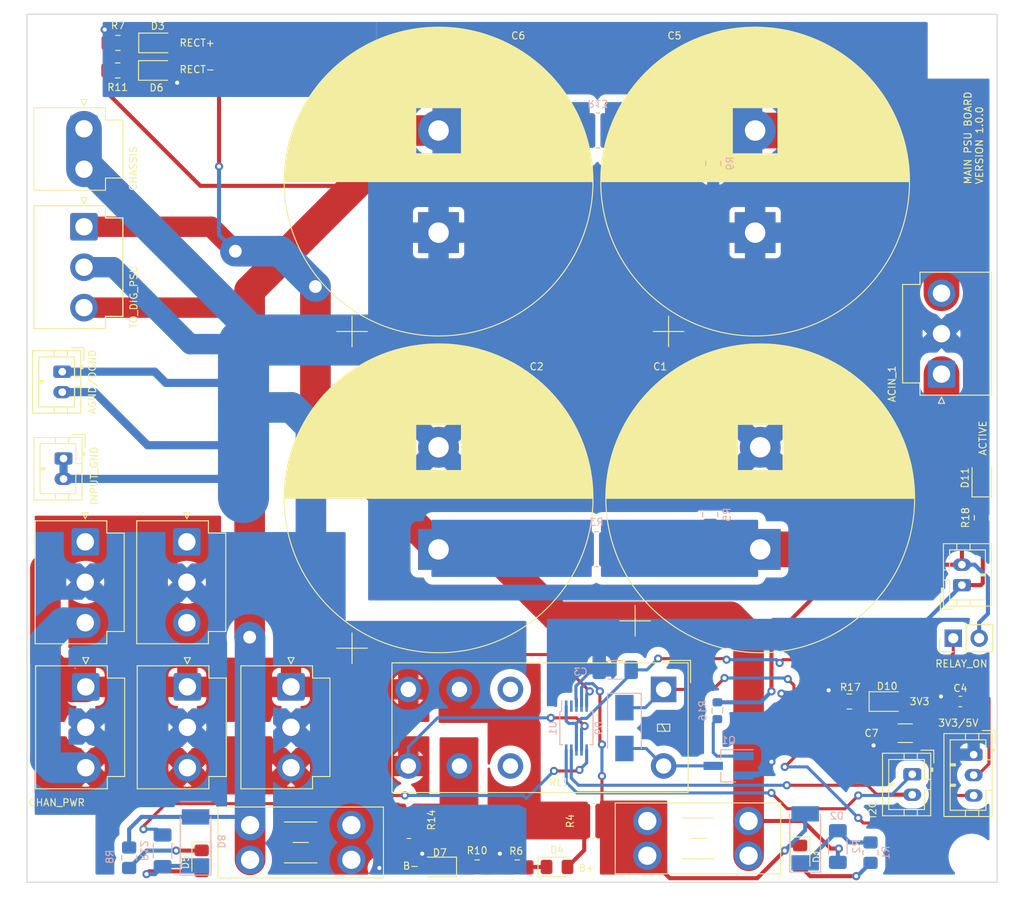
<source format=kicad_pcb>
(kicad_pcb (version 20211014) (generator pcbnew)
  (layers (0 "F.Cu" signal) (31 "B.Cu" signal) (34 "B.Paste" user) (35 "F.Paste" user) (36 "B.SilkS" user "B.Silkscreen") (37 "F.SilkS" user "F.Silkscreen") (38 "B.Mask" user) (39 "F.Mask" user) (44 "Edge.Cuts" user))
  (net 0 "")
  (net 1 "PGND")
  (net 2 "VPOUT")
  (net 3 "Net-(D1-Pad2)")
  (net 4 "Net-(D2-Pad1)")
  (net 5 "Net-(D3-Pad1)")
  (net 6 "VMOUT")
  (net 7 "Net-(D4-Pad1)")
  (net 8 "Net-(D5-Pad1)")
  (net 9 "3V3")
  (net 10 "GND")
  (net 11 "VP1")
  (net 12 "VM1")
  (net 13 "A0")
  (net 14 "VP_RELAY")
  (net 15 "A2")
  (net 16 "SCL")
  (net 17 "SDA")
  (net 19 "VPEXT")
  (net 20 "VMEXT")
  (net 21 "5V")
  (net 22 "Net-(Q1-Pad1)")
  (net 23 "VM_RELAY")
  (net 24 "ACTIVATE")
  (net 27 "Net-(D5-Pad2)")
  (net 28 "Net-(D7-Pad1)")
  (net 29 "Net-(D9-Pad2)")
  (net 30 "Net-(D10-Pad1)")
  (net 31 "Net-(D6-Pad1)")
  (net 32 "Net-(D11-Pad1)")
  (footprint "Capacitor_THT:CP_Radial_D30.0mm_P10.00mm_SnapIn" (layer "F.Cu") (at 173.8 106.400001 90)
    (fp_text reference "C2")
    (fp_text value "15000U")
  )
  (footprint "MountingHole:MountingHole_3.2mm_M3" (layer "F.Cu") (at 226 56.5)
    (fp_text reference "H4" hide)
    (fp_text value "MountingHole")
  )
  (footprint "Resistor_SMD:R_0612_1632Metric_Pad1.18x3.40mm_HandSolder" (layer "F.Cu") (at 170.9 133)
    (fp_text reference "R14")
    (fp_text value "0.039")
  )
  (footprint "Resistor_SMD:R_0805_2012Metric_Pad1.20x1.40mm_HandSolder" (layer "F.Cu") (at 227 103.3 -90)
    (fp_text reference "R18")
    (fp_text value "750R")
  )
  (footprint "Capacitor_THT:CP_Radial_D30.0mm_P10.00mm_SnapIn" (layer "F.Cu") (at 205.3 106.4 90)
    (fp_text reference "C1")
    (fp_text value "15000U")
  )
  (footprint "Connector_JST:JST_PH_B2B-PH-K_1x02_P2.00mm_Vertical" (layer "F.Cu") (at 220.185907 128.425511 -90)
    (fp_text reference "J10" hide)
    (fp_text value "Conn_01x02_Male")
  )
  (footprint "LED_SMD:LED_0805_2012Metric_Pad1.15x1.40mm_HandSolder" (layer "F.Cu") (at 173.7 137.5 180)
    (fp_text reference "D7")
    (fp_text value "BLUE")
  )
  (footprint "Resistor_SMD:R_0805_2012Metric_Pad1.20x1.40mm_HandSolder" (layer "F.Cu") (at 142.4 56.8 180)
    (fp_text reference "R7")
    (fp_text value "9.1K")
  )
  (footprint "Connector_JST:JST_VH_B3P-VH_1x03_P3.96mm_Vertical" (layer "F.Cu") (at 159.35 119.8625 -90)
    (fp_text reference "J2" hide)
    (fp_text value "Conn_01x03_Male")
  )
  (footprint "LED_SMD:LED_0805_2012Metric_Pad1.15x1.40mm_HandSolder" (layer "F.Cu") (at 185.4 137.5)
    (fp_text reference "D4")
    (fp_text value "YELLOW")
  )
  (footprint "Relay_THT:Relay_DPDT_Omron_G2RL" (layer "F.Cu") (at 195.8375 120.1125 180)
    (fp_text reference "RL1")
    (fp_text value "G2RL-2-ASI-DC5")
  )
  (footprint "MountingHole:MountingHole_3.2mm_M3" (layer "F.Cu") (at 136 136.5)
    (fp_text reference "H2" hide)
    (fp_text value "MountingHole")
  )
  (footprint "Connector_JST:JST_VH_B3P-VH_1x03_P3.96mm_Vertical" (layer "F.Cu") (at 149.15 105.6625 -90)
    (fp_text reference "J4" hide)
    (fp_text value "Conn_01x03_Male")
  )
  (footprint "Connector_JST:JST_VH_B2P-VH-B_1x02_P3.96mm_Vertical" (layer "F.Cu") (at 139.075 65.2125 -90)
    (fp_text reference "J9" hide)
    (fp_text value "Conn_01x02_Male")
  )
  (footprint "Capacitor_THT:CP_Radial_D30.0mm_P10.00mm_SnapIn" (layer "F.Cu") (at 204.8 75.382066 90)
    (fp_text reference "C5")
    (fp_text value "15000U")
  )
  (footprint "Resistor_SMD:R_0805_2012Metric_Pad1.20x1.40mm_HandSolder" (layer "F.Cu") (at 142.375 59.5 180)
    (fp_text reference "R11")
    (fp_text value "9.1K")
  )
  (footprint "LED_SMD:LED_0805_2012Metric_Pad1.15x1.40mm_HandSolder" (layer "F.Cu") (at 209.2 136.425 -90)
    (fp_text reference "D1")
    (fp_text value "RED")
  )
  (footprint "Resistor_SMD:R_0805_2012Metric_Pad1.20x1.40mm_HandSolder" (layer "F.Cu") (at 177.575 137.545)
    (fp_text reference "R10")
    (fp_text value "9.1K")
  )
  (footprint "LED_SMD:LED_0805_2012Metric_Pad1.15x1.40mm_HandSolder" (layer "F.Cu") (at 217.825 121.3)
    (fp_text reference "D10")
    (fp_text value "LED")
  )
  (footprint "Connector_JST:JST_PH_B2B-PH-K_1x02_P2.00mm_Vertical" (layer "F.Cu") (at 136.95 89 -90)
    (fp_text reference "J8" hide)
    (fp_text value "Conn_01x02_Male")
  )
  (footprint "Connector_JST:JST_VH_B3P-VH_1x03_P3.96mm_Vertical" (layer "F.Cu") (at 139.2 105.6625 -90)
    (fp_text reference "J3" hide)
    (fp_text value "Conn_01x03_Male")
  )
  (footprint "Capacitor_SMD:C_1206_3216Metric_Pad1.33x1.80mm_HandSolder" (layer "F.Cu") (at 219.5 124.4)
    (fp_text reference "C7")
    (fp_text value "10UF")
  )
  (footprint "Capacitor_THT:CP_Radial_D30.0mm_P10.00mm_SnapIn" (layer "F.Cu") (at 173.8 75.382066 90)
    (fp_text reference "C6")
    (fp_text value "15000U")
  )
  (footprint "Connector_JST:JST_VH_B3P-VH_1x03_P3.96mm_Vertical" (layer "F.Cu") (at 223.05 89.2375 90)
    (fp_text reference "J11" hide)
    (fp_text value "Conn_01x03_Male")
  )
  (footprint "Connector_JST:JST_VH_B3P-VH_1x03_P3.96mm_Vertical" (layer "F.Cu") (at 139.25 119.8625 -90)
    (fp_text reference "J6" hide)
    (fp_text value "Conn_01x03_Male")
  )
  (footprint "LED_SMD:LED_0805_2012Metric_Pad1.15x1.40mm_HandSolder" (layer "F.Cu") (at 150.6 136.9 -90)
    (fp_text reference "D5")
    (fp_text value "RED")
  )
  (footprint "LED_SMD:LED_0805_2012Metric_Pad1.15x1.40mm_HandSolder" (layer "F.Cu") (at 146.275 59.5)
    (fp_text reference "D6")
    (fp_text value "BLUE")
  )
  (footprint "Capacitor_SMD:C_0603_1608Metric_Pad1.08x0.95mm_HandSolder" (layer "F.Cu") (at 224.9 121.3 180)
    (fp_text reference "C4")
    (fp_text value "0.1UF")
  )
  (footprint "Fuse:Fuseholder_Blade_Mini_Keystone_3568" (layer "F.Cu") (at 204.16 136.4 180)
    (fp_text reference "F1" hide)
    (fp_text value "Fuse_Small")
  )
  (footprint "Connector_PinHeader_2.54mm:PinHeader_1x02_P2.54mm_Vertical" (layer "F.Cu") (at 224.2 115.1 90)
    (fp_text reference "J14" hide)
    (fp_text value "Conn_01x02_Male")
  )
  (footprint "Connector_JST:JST_PH_B2B-PH-K_1x02_P2.00mm_Vertical" (layer "F.Cu") (at 137.075 97.5 -90)
    (fp_text reference "J7" hide)
    (fp_text value "Conn_01x02_Male")
  )
  (footprint "MountingHole:MountingHole_3mm" (layer "F.Cu") (at 226 136.5)
    (fp_text reference "H1" hide)
    (fp_text value "MountingHole")
  )
  (footprint "Resistor_SMD:R_0805_2012Metric_Pad1.20x1.40mm_HandSolder" (layer "F.Cu") (at 214.025 121.3 180)
    (fp_text reference "R17")
    (fp_text value "750R")
  )
  (footprint "LED_SMD:LED_0805_2012Metric_Pad1.15x1.40mm_HandSolder" (layer "F.Cu") (at 227 99.4 90)
    (fp_text reference "D11")
    (fp_text value "LED")
  )
  (footprint "Connector_JST:JST_VH_B3P-VH_1x03_P3.96mm_Vertical" (layer "F.Cu") (at 139.075 74.806666 -90)
    (fp_text reference "J5" hide)
    (fp_text value "Conn_01x03_Male")
  )
  (footprint "Resistor_SMD:R_0612_1632Metric_Pad1.18x3.40mm_HandSolder" (layer "F.Cu") (at 188.9 133 180)
    (fp_text reference "R4")
    (fp_text value "0.039")
  )
  (footprint "Connector_JST:JST_VH_B3P-VH_1x03_P3.96mm_Vertical" (layer "F.Cu") (at 149.2 119.8625 -90)
    (fp_text reference "J1" hide)
    (fp_text value "Conn_01x03_Male")
  )
  (footprint "Resistor_SMD:R_0805_2012Metric_Pad1.20x1.40mm_HandSolder" (layer "F.Cu") (at 181.5 137.545 180)
    (fp_text reference "R6")
    (fp_text value "9.1K")
  )
  (footprint "Fuse:Fuseholder_Blade_Mini_Keystone_3568" (layer "F.Cu") (at 155.34 133.4)
    (fp_text reference "F2" hide)
    (fp_text value "Fuse_Small")
  )
  (footprint "LED_SMD:LED_0805_2012Metric_Pad1.15x1.40mm_HandSolder" (layer "F.Cu") (at 146.3 56.8)
    (fp_text reference "D3")
    (fp_text value "YELLOW")
  )
  (footprint "Connector_JST:JST_PH_B3B-PH-K_1x03_P2.00mm_Vertical" (layer "F.Cu") (at 226.2 126.5 -90)
    (fp_text reference "J15" hide)
    (fp_text value "Conn_01x03_Male")
  )
  (footprint "MountingHole:MountingHole_3mm" (layer "F.Cu") (at 136 56.5)
    (fp_text reference "H3" hide)
    (fp_text value "MountingHole")
  )
  (footprint "Connector_JST:JST_PH_B2B-PH-K_1x02_P2.00mm_Vertical" (layer "F.Cu") (at 225.05 109.9 90)
    (fp_text reference "J12" hide)
    (fp_text value "Conn_01x02_Male")
  )
  (footprint "Capacitor_SMD:C_1206_3216Metric_Pad1.33x1.80mm_HandSolder" (layer "B.Cu") (at 191.1 118.2 180)
    (fp_text reference "C3")
    (fp_text value "1UF")
  )
  (footprint "Diode_SMD:D_MELF" (layer "B.Cu") (at 150 135 90)
    (fp_text reference "D8")
    (fp_text value "5V")
  )
  (footprint "Resistor_SMD:R_1206_3216Metric_Pad1.30x1.75mm_HandSolder" (layer "B.Cu") (at 146.770627 135.917861 -90)
    (fp_text reference "R12")
    (fp_text value "3.5K")
  )
  (footprint "Resistor_SMD:R_0612_1632Metric_Pad1.18x3.40mm_HandSolder" (layer "B.Cu") (at 189.4 65.382066 180)
    (fp_text reference "R13")
    (fp_text value "0.05")
  )
  (footprint "Resistor_SMD:R_1206_3216Metric_Pad1.30x1.75mm_HandSolder" (layer "B.Cu") (at 212.9 135.5 90)
    (fp_text reference "R2")
    (fp_text value "3.5K")
  )
  (footprint "Resistor_SMD:R_0805_2012Metric_Pad1.20x1.40mm_HandSolder" (layer "B.Cu") (at 200.4 103 90)
    (fp_text reference "R5")
    (fp_text value "20K")
  )
  (footprint "Resistor_SMD:R_0805_2012Metric_Pad1.20x1.40mm_HandSolder" (layer "B.Cu") (at 143.5 136.6 -90)
    (fp_text reference "R8")
    (fp_text value "560R")
  )
  (footprint "Resistor_SMD:R_0603_1608Metric" (layer "B.Cu") (at 201.1 122.2 -90)
    (fp_text reference "R16")
    (fp_text value "1K")
  )
  (footprint "Package_TO_SOT_SMD:SOT-23_Handsoldering" (layer "B.Cu") (at 202.2 127.6 180)
    (fp_text reference "Q1")
    (fp_text value "2SC1945")
  )
  (footprint "Diode_SMD:D_MELF" (layer "B.Cu") (at 209.7 134.7 90)
    (fp_text reference "D2")
    (fp_text value "5V")
  )
  (footprint "Resistor_SMD:R_0805_2012Metric_Pad1.20x1.40mm_HandSolder" (layer "B.Cu") (at 200.7 68.6 90)
    (fp_text reference "R9")
    (fp_text value "20K")
  )
  (footprint "Package_SO:TSSOP-10_3x3mm_P0.5mm" (layer "B.Cu") (at 187.3 123.9 -90)
    (fp_text reference "U1")
    (fp_text value "ADS1115IDGS")
  )
  (footprint "Resistor_SMD:R_0612_1632Metric_Pad1.18x3.40mm_HandSolder" (layer "B.Cu") (at 189.2625 106.382066 180)
    (fp_text reference "R3")
    (fp_text value "0.05")
  )
  (footprint "Diode_SMD:D_SMA" (layer "B.Cu") (at 192 123.9 -90)
    (fp_text reference "D9")
    (fp_text value "1N4001")
  )
  (footprint "Resistor_SMD:R_0805_2012Metric_Pad1.20x1.40mm_HandSolder" (layer "B.Cu") (at 216.1 136.1 -90)
    (fp_text reference "R1")
    (fp_text value "560R")
  )
  (gr_line (start 228.5 54) (end 133.5 54) (layer "Edge.Cuts") (width 0.1))
  (gr_line (start 228.5 139) (end 133.5 139) (layer "Edge.Cuts") (width 0.1))
  (gr_line (start 228.5 54) (end 228.5 139) (layer "Edge.Cuts") (width 0.1))
  (gr_line (start 133.5 54) (end 133.5 139) (layer "Edge.Cuts") (width 0.1))
  (gr_text "I2C" (at 216.3 131.9 90) (layer "F.SilkS") (effects (font (size 0.7 0.7) (thickness 0.1))))
  (gr_text "MAIN PSU BOARD\nVERSION 1.0.0" (at 226.2 70.7 90) (layer "F.SilkS") (effects (font (size 0.7 0.7) (thickness 0.1)) (justify left)))
  (gr_text "ACTIVE" (at 227.1 95.5 90) (layer "F.SilkS") (effects (font (size 0.7 0.7) (thickness 0.1))))
  (gr_text "INPUT_GND" (at 140.075 99.2 90) (layer "F.SilkS") (effects (font (size 0.7 0.7) (thickness 0.1))))
  (gr_text "B-" (at 171.1 137.4) (layer "F.SilkS") (effects (font (size 0.7 0.7) (thickness 0.1))))
  (gr_text "CHAN_PWR" (at 136.4 131.2) (layer "F.SilkS") (effects (font (size 0.7 0.7) (thickness 0.1))))
  (gr_text "ACIN_1" (at 218.2 90.2 90) (layer "F.SilkS") (effects (font (size 0.7 0.7) (thickness 0.1))))
  (gr_text "3V3/5V" (at 224.7 123.4) (layer "F.SilkS") (effects (font (size 0.7 0.7) (thickness 0.1))))
  (gr_text "3V3" (at 220.9 121.3) (layer "F.SilkS") (effects (font (size 0.7 0.7) (thickness 0.1))))
  (gr_text "TO_DIG_PSU" (at 143.95 81.7 90) (layer "F.SilkS") (effects (font (size 0.7 0.7) (thickness 0.1))))
  (gr_text "CHASSIS" (at 143.9 69.1 90) (layer "F.SilkS") (effects (font (size 0.7 0.7) (thickness 0.1))))
  (gr_text "B+" (at 188.3 137.6) (layer "F.SilkS") (effects (font (size 0.7 0.7) (thickness 0.1))))
  (gr_text "RECT-" (at 148.375 59.4) (layer "F.SilkS") (effects (font (size 0.7 0.7) (thickness 0.1)) (justify left)))
  (gr_text "RELAY_ON" (at 225 117.6) (layer "F.SilkS") (effects (font (size 0.7 0.7) (thickness 0.1))))
  (gr_text "AGND/DGND" (at 139.9 90 90) (layer "F.SilkS") (effects (font (size 0.7 0.7) (thickness 0.1))))
  (gr_text "RECT+\n" (at 148.375 56.8) (layer "F.SilkS") (effects (font (size 0.7 0.7) (thickness 0.1)) (justify left)))
  (segment (start 141.4 56.8) (end 141.4 55.8) (width 0.4) (layer "F.Cu") (net 1))
  (segment (start 172.575 137.6) (end 168 137.6) (width 0.4) (layer "F.Cu") (net 1))
  (segment (start 147.3 59.8) (end 148.2 60.7) (width 0.4) (layer "F.Cu") (net 1))
  (segment (start 141.4 55.8) (end 141.1 55.5) (width 0.4) (layer "F.Cu") (net 1))
  (segment (start 172.2 136.2) (end 170.9 137.5) (width 0.4) (layer "F.Cu") (net 1))
  (segment (start 180.5 137.545) (end 180.5 136.9) (width 0.4) (layer "F.Cu") (net 1))
  (segment (start 147.3 59.5) (end 147.3 59.8) (width 0.4) (layer "F.Cu") (net 1))
  (segment (start 172.675 137.5) (end 172.575 137.6) (width 0.4) (layer "F.Cu") (net 1))
  (segment (start 180.5 136.9) (end 179.8 136.2) (width 0.4) (layer "F.Cu") (net 1))
  (via (at 172.2 136.2) (size 0.8) (drill 0.4) (layers "F.Cu" "B.Cu") (net 1))
  (via (at 148.2 60.7) (size 0.8) (drill 0.4) (layers "F.Cu" "B.Cu") (net 1))
  (via (at 179.8 136.2) (size 0.8) (drill 0.4) (layers "F.Cu" "B.Cu") (net 1))
  (via (at 141.1 55.5) (size 0.8) (drill 0.4) (layers "F.Cu" "B.Cu") (net 1))
  (via (at 168 137.6) (size 0.8) (drill 0.4) (layers "F.Cu" "B.Cu") (net 1))
  (segment (start 155.1 85.9) (end 154.7 86.3) (width 5) (layer "B.Cu") (net 1))
  (segment (start 137.075 99.5) (end 152.875 99.5) (width 0.8) (layer "B.Cu") (net 1))
  (segment (start 152.96 96.2) (end 154.7 94.46) (width 0.8) (layer "B.Cu") (net 1))
  (segment (start 146 89) (end 147.1 90.1) (width 0.8) (layer "B.Cu") (net 1))
  (segment (start 154.7 86.74) (end 154.7 92.2) (width 5) (layer "B.Cu") (net 1))
  (segment (start 140.1 91) (end 145.3 96.2) (width 0.8) (layer "B.Cu") (net 1))
  (segment (start 138.85 68.25) (end 154.7 84.1) (width 3) (layer "B.Cu") (net 1))
  (segment (start 136.95 91) (end 140.1 91) (width 0.8) (layer "B.Cu") (net 1))
  (segment (start 136.95 89) (end 146 89) (width 0.8) (layer "B.Cu") (net 1))
  (segment (start 141.946666 78.766666) (end 149.48 86.3) (width 2) (layer "B.Cu") (net 1))
  (segment (start 154.7 94.3) (end 154.7 94.46) (width 5) (layer "B.Cu") (net 1))
  (segment (start 179.8 136.2) (end 172.2 136.2) (width 0.4) (layer "B.Cu") (net 1))
  (segment (start 154.7 94.46) (end 154.7 101.325) (width 5) (layer "B.Cu") (net 1))
  (segment (start 152.875 99.5) (end 154.7 101.325) (width 0.8) (layer "B.Cu") (net 1))
  (segment (start 149.48 86.3) (end 154.7 86.3) (width 2) (layer "B.Cu") (net 1))
  (segment (start 139.075 78.766666) (end 141.946666 78.766666) (width 2) (layer "B.Cu") (net 1))
  (segment (start 156.3 92.5) (end 154.7 94.1) (width 3) (layer "B.Cu") (net 1))
  (segment (start 161.3 106.6) (end 161.3 94.4) (width 3) (layer "B.Cu") (net 1))
  (segment (start 171.4 85.9) (end 155.1 85.9) (width 5) (layer "B.Cu") (net 1))
  (segment (start 137.075 99.5) (end 137.075 97.5) (width 0.8) (layer "B.Cu") (net 1))
  (segment (start 145.3 96.2) (end 152.96 96.2) (width 0.8) (layer "B.Cu") (net 1))
  (segment (start 139.075 65.2125) (end 139.075 69.1725) (width 3.5) (layer "B.Cu") (net 1))
  (segment (start 159.4 92.5) (end 156.3 92.5) (width 3) (layer "B.Cu") (net 1))
  (segment (start 154.7 84.1) (end 154.7 86.3) (width 3) (layer "B.Cu") (net 1))
  (segment (start 147.1 90.1) (end 152.6 90.1) (width 0.8) (layer "B.Cu") (net 1))
  (segment (start 161.3 94.4) (end 159.4 92.5) (width 3) (layer "B.Cu") (net 1))
  (segment (start 154.7 86.3) (end 154.7 86.74) (width 5) (layer "B.Cu") (net 1))
  (segment (start 152.6 90.1) (end 154.7 92.2) (width 0.8) (layer "B.Cu") (net 1))
  (segment (start 154.7 92.2) (end 154.7 94.3) (width 5) (layer "B.Cu") (net 1))
  (segment (start 139.25 119.8625) (end 137.8625 119.8625) (width 3) (layer "F.Cu") (net 2))
  (segment (start 188.6 120.3) (end 185 116.7) (width 0.3) (layer "F.Cu") (net 2))
  (segment (start 137.8625 119.8625) (end 135.3 117.3) (width 3) (layer "F.Cu") (net 2))
  (segment (start 135.3 108.3) (end 137.9375 105.6625) (width 3) (layer "F.Cu") (net 2))
  (segment (start 137.9375 105.6625) (end 139.2 105.6625) (width 3) (layer "F.Cu") (net 2))
  (segment (start 172.8 116.7) (end 185 116.7) (width 0.3) (layer "F.Cu") (net 2))
  (segment (start 172.8 116.7) (end 171.7 117.8) (width 0.3) (layer "F.Cu") (net 2))
  (segment (start 135.3 117.3) (end 135.3 108.3) (width 3) (layer "F.Cu") (net 2))
  (via (at 188.6 120.3) (size 0.8) (drill 0.4) (layers "F.Cu" "B.Cu") (net 2))
  (segment (start 188.3 121.75) (end 188.3 120.6) (width 0.3) (layer "B.Cu") (net 2))
  (segment (start 188.3 120.6) (end 188.6 120.3) (width 0.3) (layer "B.Cu") (net 2))
  (segment (start 209.2 137.45) (end 209.25 137.45) (width 0.4) (layer "F.Cu") (net 3))
  (segment (start 209.25 137.45) (end 210.2 138.4) (width 0.4) (layer "F.Cu") (net 3))
  (segment (start 210.2 138.4) (end 214.7 138.4) (width 0.4) (layer "F.Cu") (net 3))
  (via (at 214.7 138.4) (size 0.8) (drill 0.4) (layers "F.Cu" "B.Cu") (net 3))
  (segment (start 214.7 138.4) (end 214.8 138.4) (width 0.4) (layer "B.Cu") (net 3))
  (segment (start 214.8 138.4) (end 216.1 137.1) (width 0.4) (layer "B.Cu") (net 3))
  (segment (start 216.1 135.1) (end 214.05 135.1) (width 0.4) (layer "B.Cu") (net 4))
  (segment (start 209.7 137.1) (end 209.75 137.1) (width 0.4) (layer "B.Cu") (net 4))
  (segment (start 214.05 135.1) (end 212.9 133.95) (width 0.4) (layer "B.Cu") (net 4))
  (segment (start 209.75 137.1) (end 212.9 133.95) (width 0.4) (layer "B.Cu") (net 4))
  (segment (start 145.275 56.8) (end 143.4 56.8) (width 0.4) (layer "F.Cu") (net 5))
  (segment (start 184.8 122.9) (end 187.3 122.9) (width 0.3) (layer "F.Cu") (net 6))
  (segment (start 187.3 122.9) (end 188.1 123.7) (width 0.3) (layer "F.Cu") (net 6))
  (via (at 184.8 122.9) (size 0.8) (drill 0.4) (layers "F.Cu" "B.Cu") (net 6))
  (via (at 188.1 123.7) (size 0.8) (drill 0.4) (layers "F.Cu" "B.Cu") (net 6))
  (segment (start 139.25 127.7825) (end 136.0825 127.7825) (width 3) (layer "B.Cu") (net 6))
  (segment (start 135.3 127) (end 135.3 115.3) (width 3) (layer "B.Cu") (net 6))
  (segment (start 170.8375 125.7625) (end 173.7 122.9) (width 0.3) (layer "B.Cu") (net 6))
  (segment (start 173.7 122.9) (end 184.8 122.9) (width 0.3) (layer "B.Cu") (net 6))
  (segment (start 135.3 115.3) (end 137.0175 113.5825) (width 3) (layer "B.Cu") (net 6))
  (segment (start 137.0175 113.5825) (end 139.2 113.5825) (width 3) (layer "B.Cu") (net 6))
  (segment (start 187.8 126.05) (end 187.8 124) (width 0.3) (layer "B.Cu") (net 6))
  (segment (start 170.8375 127.6125) (end 170.8375 125.7625) (width 0.3) (layer "B.Cu") (net 6))
  (segment (start 136.0825 127.7825) (end 135.3 127) (width 3) (layer "B.Cu") (net 6))
  (segment (start 187.8 124) (end 188.1 123.7) (width 0.3) (layer "B.Cu") (net 6))
  (segment (start 182.545 137.5) (end 182.5 137.545) (width 0.4) (layer "F.Cu") (net 7))
  (segment (start 184.375 137.5) (end 182.545 137.5) (width 0.4) (layer "F.Cu") (net 7))
  (segment (start 150.575 135.9) (end 150.6 135.875) (width 0.4) (layer "F.Cu") (net 8))
  (segment (start 148.1 135.9) (end 150.575 135.9) (width 0.4) (layer "F.Cu") (net 8))
  (via (at 148.1 135.9) (size 0.8) (drill 0.4) (layers "F.Cu" "B.Cu") (net 8))
  (segment (start 145.2 135.9) (end 148.1 135.9) (width 0.4) (layer "B.Cu") (net 8))
  (segment (start 143.5 137.6) (end 145.2 135.9) (width 0.4) (layer "B.Cu") (net 8))
  (segment (start 201.9 117.1) (end 202 117.2) (width 0.3) (layer "F.Cu") (net 9))
  (segment (start 223.84 117.2) (end 223.6 117.2) (width 0.3) (layer "F.Cu") (net 9))
  (segment (start 223.6 117.2) (end 224.2 116.6) (width 0.3) (layer "F.Cu") (net 9))
  (segment (start 225.7625 121.3) (end 226.5 121.3) (width 0.25) (layer "F.Cu") (net 9))
  (segment (start 218.85 117.65) (end 219.3 117.2) (width 0.25) (layer "F.Cu") (net 9))
  (segment (start 226.2 128.5) (end 226.6 128.5) (width 0.3) (layer "F.Cu") (net 9))
  (segment (start 226.5 121.3) (end 227.25 120.55) (width 0.25) (layer "F.Cu") (net 9))
  (segment (start 227.7 121) (end 227.25 120.55) (width 0.3) (layer "F.Cu") (net 9))
  (segment (start 195.3 117.1) (end 201.9 117.1) (width 0.3) (layer "F.Cu") (net 9))
  (segment (start 225.9 119.2) (end 225.84 119.2) (width 0.3) (layer "F.Cu") (net 9))
  (segment (start 219.3 117.2) (end 207.523592 117.2) (width 0.3) (layer "F.Cu") (net 9))
  (segment (start 227.7 127.4) (end 227.7 121) (width 0.3) (layer "F.Cu") (net 9))
  (segment (start 223.6 117.2) (end 219.3 117.2) (width 0.3) (layer "F.Cu") (net 9))
  (segment (start 225.84 119.2) (end 223.84 117.2) (width 0.3) (layer "F.Cu") (net 9))
  (segment (start 226.6 128.5) (end 227.7 127.4) (width 0.3) (layer "F.Cu") (net 9))
  (segment (start 207.523592 117.2) (end 207.1995 117.524092) (width 0.3) (layer "F.Cu") (net 9))
  (segment (start 218.85 121.3) (end 218.85 117.65) (width 0.25) (layer "F.Cu") (net 9))
  (segment (start 224.2 116.6) (end 224.2 115.1) (width 0.3) (layer "F.Cu") (net 9))
  (segment (start 227.25 120.55) (end 225.9 119.2) (width 0.3) (layer "F.Cu") (net 9))
  (via (at 195.3 117.1) (size 0.8) (drill 0.4) (layers "F.Cu" "B.Cu") (net 9))
  (via (at 202 117.2) (size 0.8) (drill 0.4) (layers "F.Cu" "B.Cu") (net 9))
  (via (at 207.1995 117.524092) (size 0.8) (drill 0.4) (layers "F.Cu" "B.Cu") (net 9))
  (segment (start 192.6625 118.2) (end 194.2 118.2) (width 0.3) (layer "B.Cu") (net 9))
  (segment (start 188.289546 122.9505) (end 187.789546 122.9505) (width 0.3) (layer "B.Cu") (net 9))
  (segment (start 192.6625 118.2) (end 192.6625 118.577546) (width 0.3) (layer "B.Cu") (net 9))
  (segment (start 192.6625 118.577546) (end 188.289546 122.9505) (width 0.3) (layer "B.Cu") (net 9))
  (segment (start 187.3 123.440046) (end 187.3 126.05) (width 0.3) (layer "B.Cu") (net 9))
  (segment (start 187.3 123.440046) (end 186.540046 123.440046) (width 0.3) (layer "B.Cu") (net 9))
  (segment (start 206.875408 117.2) (end 207.1995 117.524092) (width 0.3) (layer "B.Cu") (net 9))
  (segment (start 194.2 118.2) (end 195.3 117.1) (width 0.3) (layer "B.Cu") (net 9))
  (segment (start 187.789546 122.9505) (end 187.3 123.440046) (width 0.3) (layer "B.Cu") (net 9))
  (segment (start 186.540046 123.440046) (end 186.3 123.2) (width 0.3) (layer "B.Cu") (net 9))
  (segment (start 202 117.2) (end 206.875408 117.2) (width 0.3) (layer "B.Cu") (net 9))
  (segment (start 186.3 123.2) (end 186.3 121.75) (width 0.3) (layer "B.Cu") (net 9))
  (segment (start 207.977224 121.118346) (end 207.977224 122.522776) (width 0.4) (layer "F.Cu") (net 10))
  (segment (start 227.1 109.7) (end 227.1 104.4) (width 0.4) (layer "F.Cu") (net 10))
  (segment (start 227.1 104.4) (end 227 104.3) (width 0.4) (layer "F.Cu") (net 10))
  (segment (start 225.05 109.9) (end 226.9 109.9) (width 0.4) (layer "F.Cu") (net 10))
  (segment (start 213.025 121.3) (end 213.025 121.225) (width 0.25) (layer "F.Cu") (net 10))
  (segment (start 224.0375 121.3) (end 223.5 121.3) (width 0.25) (layer "F.Cu") (net 10))
  (segment (start 223.5 121.3) (end 223 120.8) (width 0.25) (layer "F.Cu") (net 10))
  (segment (start 213.025 121.225) (end 212 120.2) (width 0.25) (layer "F.Cu") (net 10))
  (segment (start 207.977224 122.522776) (end 206.4 124.1) (width 0.4) (layer "F.Cu") (net 10))
  (segment (start 217.9375 124.4) (end 217.6 124.4) (width 0.25) (layer "F.Cu") (net 10))
  (segment (start 217.6 124.4) (end 216.4 125.6) (width 0.25) (layer "F.Cu") (net 10))
  (segment (start 206.4 124.1) (end 206.4 127.2) (width 0.4) (layer "F.Cu") (net 10))
  (segment (start 207.977224 121.118346) (end 207.375701 120.516823) (width 0.4) (layer "F.Cu") (net 10))
  (segment (start 226.9 109.9) (end 227.1 109.7) (width 0.4) (layer "F.Cu") (net 10))
  (via (at 212 120.2) (size 0.8) (drill 0.4) (layers "F.Cu" "B.Cu") (net 10))
  (via (at 207.375701 120.516823) (size 0.8) (drill 0.4) (layers "F.Cu" "B.Cu") (net 10))
  (via (at 216.4 125.6) (size 0.8) (drill 0.4) (layers "F.Cu" "B.Cu") (net 10))
  (via (at 223 120.8) (size 0.8) (drill 0.4) (layers "F.Cu" "B.Cu") (net 10))
  (via (at 206.4 127.2) (size 0.8) (drill 0.4) (layers "F.Cu" "B.Cu") (net 10))
  (segment (start 206.4 127.2) (end 205.05 128.55) (width 0.4) (layer "B.Cu") (net 10))
  (segment (start 187.250999 121.017354) (end 187.250999 119.782645) (width 0.3) (layer "B.Cu") (net 10))
  (segment (start 205.05 128.55) (end 203.7 128.55) (width 0.4) (layer "B.Cu") (net 10))
  (segment (start 190.2375 117.5) (end 189.5375 118.2) (width 0.3) (layer "B.Cu") (net 10))
  (segment (start 188.833644 118.2) (end 189.5375 118.2) (width 0.3) (layer "B.Cu") (net 10))
  (segment (start 225.05 109.9) (end 221.25 113.7) (width 0.4) (layer "B.Cu") (net 10))
  (segment (start 187.3 121.066356) (end 187.250999 121.017354) (width 0.3) (layer "B.Cu") (net 10))
  (segment (start 187.250999 119.782645) (end 188.833644 118.2) (width 0.3) (layer "B.Cu") (net 10))
  (segment (start 187.3 121.75) (end 187.3 121.066356) (width 0.3) (layer "B.Cu") (net 10))
  (segment (start 223.05 93.35) (end 210 106.4) (width 3.5) (layer "F.Cu") (net 11))
  (segment (start 210 106.4) (end 205.3 106.4) (width 3.5) (layer "F.Cu") (net 11))
  (segment (start 223.05 89.2375) (end 223.05 93.35) (width 3.5) (layer "F.Cu") (net 11))
  (segment (start 212.882066 65.382066) (end 204.8 65.382066) (width 3.5) (layer "F.Cu") (net 12))
  (segment (start 223.05 81.3175) (end 223.05 75.55) (width 3.5) (layer "F.Cu") (net 12))
  (segment (start 223.05 75.55) (end 212.882066 65.382066) (width 3.5) (layer "F.Cu") (net 12))
  (segment (start 208.2 135.4) (end 207.7 135.9) (width 0.4) (layer "F.Cu") (net 13))
  (segment (start 194.24 136.4) (end 196.44 138.6) (width 0.4) (layer "F.Cu") (net 13))
  (segment (start 189.8 128.6) (end 189.8 132.9375) (width 0.3) (layer "F.Cu") (net 13))
  (segment (start 205 138.6) (end 207.7 135.9) (width 0.4) (layer "F.Cu") (net 13))
  (segment (start 189.6 125.3) (end 189.8 125.5) (width 0.3) (layer "F.Cu") (net 13))
  (segment (start 189.8 132.9375) (end 189.7375 133) (width 0.3) (layer "F.Cu") (net 13))
  (segment (start 189.6 120.3) (end 189.6 125.3) (width 0.3) (layer "F.Cu") (net 13))
  (segment (start 196.44 138.6) (end 205 138.6) (width 0.4) (layer "F.Cu") (net 13))
  (segment (start 209.2 135.4) (end 208.2 135.4) (width 0.4) (layer "F.Cu") (net 13))
  (via (at 189.6 120.3) (size 0.8) (drill 0.4) (layers "F.Cu" "B.Cu") (net 13))
  (via (at 189.8 128.6) (size 0.8) (drill 0.4) (layers "F.Cu" "B.Cu") (net 13))
  (via (at 189.8 125.5) (size 0.8) (drill 0.4) (layers "F.Cu" "B.Cu") (net 13))
  (via (at 207.7 135.9) (size 0.8) (drill 0.4) (layers "F.Cu" "B.Cu") (net 13))
  (segment (start 209.7 133.9) (end 207.7 135.9) (width 0.4) (layer "B.Cu") (net 13))
  (segment (start 188.189546 119.5505) (end 188.910454 119.5505) (width 0.3) (layer "B.Cu") (net 13))
  (segment (start 188.910454 119.5505) (end 189.6 120.240046) (width 0.3) (layer "B.Cu") (net 13))
  (segment (start 187.8 121.75) (end 187.8 119.940046) (width 0.3) (layer "B.Cu") (net 13))
  (segment (start 209.7 132.3) (end 209.7 133.9) (width 0.4) (layer "B.Cu") (net 13))
  (segment (start 189.6 120.240046) (end 189.6 120.3) (width 0.3) (layer "B.Cu") (net 13))
  (segment (start 187.8 119.940046) (end 188.189546 119.5505) (width 0.3) (layer "B.Cu") (net 13))
  (segment (start 189.8 125.5) (end 189.8 128.6) (width 0.3) (layer "B.Cu") (net 13))
  (segment (start 188.0625 135.8625) (end 188.0625 133) (width 0.4) (layer "F.Cu") (net 14))
  (segment (start 186.425 137.5) (end 188.0625 135.8625) (width 0.4) (layer "F.Cu") (net 14))
  (segment (start 163 133.4) (end 160.9 131.3) (width 0.3) (layer "F.Cu") (net 15))
  (segment (start 144.9 133.5) (end 147.1 131.3) (width 0.3) (layer "F.Cu") (net 15))
  (segment (start 160.9 131.3) (end 147.1 131.3) (width 0.3) (layer "F.Cu") (net 15))
  (segment (start 165.26 133.4) (end 168.16 130.5) (width 0.3) (layer "F.Cu") (net 15))
  (segment (start 165.26 133.4) (end 163 133.4) (width 0.3) (layer "F.Cu") (net 15))
  (segment (start 144.9 133.5) (end 144.9 133.8) (width 0.3) (layer "F.Cu") (net 15))
  (segment (start 187.5 128.1) (end 187.6 128) (width 0.3) (layer "F.Cu") (net 15))
  (segment (start 185.1 128.1) (end 187.5 128.1) (width 0.3) (layer "F.Cu") (net 15))
  (segment (start 168.16 130.5) (end 170.5 130.5) (width 0.3) (layer "F.Cu") (net 15))
  (via (at 170.5 130.5) (size 0.8) (drill 0.4) (layers "F.Cu" "B.Cu") (net 15))
  (via (at 185.1 128.1) (size 0.8) (drill 0.4) (layers "F.Cu" "B.Cu") (net 15))
  (via (at 187.6 128) (size 0.8) (drill 0.4) (layers "F.Cu" "B.Cu") (net 15))
  (via (at 144.9 133.8) (size 0.8) (drill 0.4) (layers "F.Cu" "B.Cu") (net 15))
  (segment (start 187.6 128) (end 188.3 127.3) (width 0.3) (layer "B.Cu") (net 15))
  (segment (start 144.9 133.8) (end 146.202766 133.8) (width 0.3) (layer "B.Cu") (net 15))
  (segment (start 146.202766 133.8) (end 146.770627 134.367861) (width 0.3) (layer "B.Cu") (net 15))
  (segment (start 182.4 130.8) (end 185.1 128.1) (width 0.3) (layer "B.Cu") (net 15))
  (segment (start 170.5 130.5) (end 182.1 130.5) (width 0.3) (layer "B.Cu") (net 15))
  (segment (start 188.3 127.3) (end 188.3 126.05) (width 0.3) (layer "B.Cu") (net 15))
  (segment (start 182.1 130.5) (end 182.4 130.8) (width 0.3) (layer "B.Cu") (net 15))
  (segment (start 206.4 130.2495) (end 207.950001 131.799501) (width 0.3) (layer "F.Cu") (net 16))
  (segment (start 213.600499 131.799501) (end 214.9 130.5) (width 0.3) (layer "F.Cu") (net 16))
  (segment (start 207.950001 131.799501) (end 213.600499 131.799501) (width 0.3) (layer "F.Cu") (net 16))
  (via (at 206.4 130.2495) (size 0.8) (drill 0.4) (layers "F.Cu" "B.Cu") (net 16))
  (via (at 214.9 130.5) (size 0.8) (drill 0.4) (layers "F.Cu" "B.Cu") (net 16))
  (segment (start 220.185907 128.425511) (end 218.111418 130.5) (width 0.3) (layer "B.Cu") (net 16))
  (segment (start 218.111418 130.5) (end 214.9 130.5) (width 0.3) (layer "B.Cu") (net 16))
  (segment (start 186.3 126.05) (end 186.3 129.2) (width 0.3) (layer "B.Cu") (net 16))
  (segment (start 186.3 129.2) (end 187.3495 130.2495) (width 0.3) (layer "B.Cu") (net 16))
  (segment (start 187.3495 130.2495) (end 206.4 130.2495) (width 0.3) (layer "B.Cu") (net 16))
  (segment (start 207.9 129.5) (end 215.8 129.5) (width 0.3) (layer "F.Cu") (net 17))
  (segment (start 220.185907 130.425511) (end 216.725511 130.425511) (width 0.4) (layer "F.Cu") (net 17))
  (segment (start 215.8 129.5) (end 216.725511 130.425511) (width 0.3) (layer "F.Cu") (net 17))
  (via (at 207.9 129.5) (size 0.8) (drill 0.4) (layers "F.Cu" "B.Cu") (net 17))
  (segment (start 187.5 129.5) (end 207.9 129.5) (width 0.3) (layer "B.Cu") (net 17))
  (segment (start 186.8 128.8) (end 186.9 128.9) (width 0.3) (layer "B.Cu") (net 17))
  (segment (start 186.8 126.05) (end 186.8 128.8) (width 0.3) (layer "B.Cu") (net 17))
  (segment (start 186.9 128.9) (end 187.5 129.5) (width 0.3) (layer "B.Cu") (net 17))
  (segment (start 212.2 135.7) (end 209.5 133) (width 0.4) (layer "F.Cu") (net 19))
  (segment (start 173.8 106.400001) (end 178.8 106.400001) (width 3) (layer "F.Cu") (net 19))
  (segment (start 209.5 133) (end 204.16 133) (width 0.4) (layer "F.Cu") (net 19))
  (segment (start 152.3 61.775) (end 152.3 68.9) (width 0.4) (layer "F.Cu") (net 19))
  (segment (start 161.74 94.340001) (end 161.74 80.66) (width 3) (layer "F.Cu") (net 19))
  (segment (start 147.325 56.8) (end 152.3 61.775) (width 0.4) (layer "F.Cu") (net 19))
  (segment (start 178.8 106.400001) (end 185.4 113) (width 3) (layer "F.Cu") (net 19))
  (segment (start 173.8 106.400001) (end 161.74 94.340001) (width 3) (layer "F.Cu") (net 19))
  (segment (start 213 135.7) (end 212.2 135.7) (width 0.4) (layer "F.Cu") (net 19))
  (segment (start 139.075 74.806666) (end 151.506666 74.806666) (width 2) (layer "F.Cu") (net 19))
  (segment (start 185.4 113) (end 202.36 113) (width 3) (layer "F.Cu") (net 19))
  (segment (start 151.506666 74.806666) (end 153.9 77.2) (width 2) (layer "F.Cu") (net 19))
  (segment (start 202.36 113) (end 204.16 114.8) (width 3) (layer "F.Cu") (net 19))
  (segment (start 204.16 114.8) (end 204.16 133) (width 3) (layer "F.Cu") (net 19))
  (segment (start 204.16 136.4) (end 204.16 133) (width 3) (layer "F.Cu") (net 19))
  (via (at 161.74 80.66) (size 2.5) (drill 1.25) (layers "F.Cu" "B.Cu") (net 19))
  (via (at 153.9 77.2) (size 2.5) (drill 1.25) (layers "F.Cu" "B.Cu") (net 19))
  (via (at 213 135.7) (size 0.8) (drill 0.4) (layers "F.Cu" "B.Cu") (net 19))
  (via (at 152.3 68.9) (size 0.8) (drill 0.4) (layers "F.Cu" "B.Cu") (net 19))
  (segment (start 212.9 135.8) (end 213 135.7) (width 0.4) (layer "B.Cu") (net 19))
  (segment (start 158.28 77.2) (end 161.74 80.66) (width 3) (layer "B.Cu") (net 19))
  (segment (start 153.9 77.2) (end 158.28 77.2) (width 3) (layer "B.Cu") (net 19))
  (segment (start 212.9 137.05) (end 212.9 135.8) (width 0.4) (layer "B.Cu") (net 19))
  (segment (start 153.9 77.2) (end 152.3 75.6) (width 0.4) (layer "B.Cu") (net 19))
  (segment (start 152.3 75.6) (end 152.3 68.9) (width 0.4) (layer "B.Cu") (net 19))
  (segment (start 170.971573 65.382066) (end 168.67682 67.67682) (width 3) (layer "F.Cu") (net 20))
  (segment (start 141.375 59.5) (end 141.375 61.705664) (width 0.4) (layer "F.Cu") (net 20))
  (segment (start 173.8 65.382066) (end 170.971573 65.382066) (width 3) (layer "F.Cu") (net 20))
  (segment (start 155.3 81.053639) (end 155.3 83.02) (width 3) (layer "F.Cu") (net 20))
  (segment (start 155.3 83.02) (end 155.3 115) (width 3) (layer "F.Cu") (net 20))
  (segment (start 150.468836 70.7995) (end 165.55414 70.7995) (width 0.4) (layer "F.Cu") (net 20))
  (segment (start 155.34 136.8) (end 155.34 133.4) (width 3) (layer "F.Cu") (net 20))
  (segment (start 168.67682 67.67682) (end 155.3 81.053639) (width 3) (layer "F.Cu") (net 20))
  (segment (start 141.375 61.705664) (end 150.468836 70.7995) (width 0.4) (layer "F.Cu") (net 20))
  (segment (start 139.075 82.726666) (end 155.006666 82.726666) (width 2) (layer "F.Cu") (net 20))
  (segment (start 165.55414 70.7995) (end 168.67682 67.67682) (width 0.4) (layer "F.Cu") (net 20))
  (segment (start 155.006666 82.726666) (end 155.3 83.02) (width 2) (layer "F.Cu") (net 20))
  (via (at 155.3 115) (size 2.5) (drill 1.25) (layers "F.Cu" "B.Cu") (net 20))
  (segment (start 155.34 115.04) (end 155.3 115) (width 3) (layer "B.Cu") (net 20))
  (segment (start 144.7 132.6) (end 150 132.6) (width 0.4) (layer "B.Cu") (net 20))
  (segment (start 150 132.6) (end 154.54 132.6) (width 0.4) (layer "B.Cu") (net 20))
  (segment (start 143.5 135.6) (end 143.5 133.8) (width 0.4) (layer "B.Cu") (net 20))
  (segment (start 155.34 133.4) (end 155.34 115.04) (width 3) (layer "B.Cu") (net 20))
  (segment (start 143.5 133.8) (end 144.7 132.6) (width 0.4) (layer "B.Cu") (net 20))
  (segment (start 154.54 132.6) (end 155.34 133.4) (width 0.4) (layer "B.Cu") (net 20))
  (segment (start 221.1 124.4) (end 221.0625 124.4) (width 0.3) (layer "F.Cu") (net 21))
  (segment (start 224.2 127.5) (end 221.1 124.4) (width 0.3) (layer "F.Cu") (net 21))
  (segment (start 215.4 133.2) (end 221.5 133.2) (width 0.3) (layer "F.Cu") (net 21))
  (segment (start 214.9 132.7) (end 215.4 133.2) (width 0.3) (layer "F.Cu") (net 21))
  (segment (start 224.2 130.5) (end 224.2 127.5) (width 0.3) (layer "F.Cu") (net 21))
  (segment (start 224.2 130.5) (end 226.2 130.5) (width 0.3) (layer "F.Cu") (net 21))
  (segment (start 195.8375 120.1125) (end 200.6875 120.1125) (width 0.3) (layer "F.Cu") (net 21))
  (segment (start 221.5 133.2) (end 224.2 130.5) (width 0.3) (layer "F.Cu") (net 21))
  (segment (start 208.6 126.8) (end 207.7 127.7) (width 0.3) (layer "F.Cu") (net 21))
  (segment (start 200.6875 120.1125) (end 201.8 119) (width 0.3) (layer "F.Cu") (net 21))
  (segment (start 208 119.1) (end 208.6 119.7) (width 0.3) (layer "F.Cu") (net 21))
  (segment (start 208.6 119.7) (end 208.6 126.8) (width 0.3) (layer "F.Cu") (net 21))
  (via (at 214.9 132.7) (size 0.8) (drill 0.4) (layers "F.Cu" "B.Cu") (net 21))
  (via (at 208 119.1) (size 0.8) (drill 0.4) (layers "F.Cu" "B.Cu") (net 21))
  (via (at 201.8 119) (size 0.8) (drill 0.4) (layers "F.Cu" "B.Cu") (net 21))
  (via (at 207.7 127.7) (size 0.8) (drill 0.4) (layers "F.Cu" "B.Cu") (net 21))
  (segment (start 214.9 132.7) (end 209.9 127.7) (width 0.3) (layer "B.Cu") (net 21))
  (segment (start 201.8 119) (end 207.9 119) (width 0.3) (layer "B.Cu") (net 21))
  (segment (start 192 121.9) (end 194.05 121.9) (width 0.3) (layer "B.Cu") (net 21))
  (segment (start 209.9 127.7) (end 207.7 127.7) (width 0.3) (layer "B.Cu") (net 21))
  (segment (start 207.9 119) (end 208 119.1) (width 0.3) (layer "B.Cu") (net 21))
  (segment (start 194.05 121.9) (end 195.8375 120.1125) (width 0.3) (layer "B.Cu") (net 21))
  (segment (start 203.7 126.65) (end 201.05 126.65) (width 0.3) (layer "B.Cu") (net 22))
  (segment (start 201.05 126.65) (end 200.7 126.3) (width 0.3) (layer "B.Cu") (net 22))
  (segment (start 200.7 126.3) (end 200.7 123.425) (width 0.3) (layer "B.Cu") (net 22))
  (segment (start 200.7 123.425) (end 201.1 123.025) (width 0.3) (layer "B.Cu") (net 22))
  (segment (start 178.575 137.545) (end 178.575 135.975) (width 0.4) (layer "F.Cu") (net 23))
  (segment (start 178.575 135.975) (end 176.9 134.3) (width 0.4) (layer "F.Cu") (net 23))
  (segment (start 226.825 98.375) (end 225.05 100.15) (width 0.4) (layer "F.Cu") (net 24))
  (segment (start 213.7 107.9) (end 206.4 115.2) (width 0.4) (layer "F.Cu") (net 24))
  (segment (start 227 98.375) (end 226.825 98.375) (width 0.4) (layer "F.Cu") (net 24))
  (segment (start 225.05 100.15) (end 225.05 107.9) (width 0.4) (layer "F.Cu") (net 24))
  (segment (start 224.8 107.9) (end 213.7 107.9) (width 0.4) (layer "F.Cu") (net 24))
  (segment (start 206.4 115.2) (end 206.4 120.3) (width 0.4) (layer "F.Cu") (net 24))
  (via (at 206.4 120.3) (size 0.8) (drill 0.4) (layers "F.Cu" "B.Cu") (net 24))
  (segment (start 226.74 115.1) (end 226.74 113.56) (width 0.4) (layer "B.Cu") (net 24))
  (segment (start 227.6 109.2) (end 226.3 107.9) (width 0.4) (layer "B.Cu") (net 24))
  (segment (start 227.6 112.7) (end 227.6 109.2) (width 0.4) (layer "B.Cu") (net 24))
  (segment (start 226.74 113.56) (end 227.6 112.7) (width 0.4) (layer "B.Cu") (net 24))
  (segment (start 205.325 121.375) (end 201.1 121.375) (width 0.4) (layer "B.Cu") (net 24))
  (segment (start 206.4 120.3) (end 205.325 121.375) (width 0.4) (layer "B.Cu") (net 24))
  (segment (start 226.3 107.9) (end 225.05 107.9) (width 0.4) (layer "B.Cu") (net 24))
  (segment (start 150.6 137.925) (end 145.475 137.925) (width 0.4) (layer "F.Cu") (net 27))
  (segment (start 145.475 137.925) (end 145.2 138.2) (width 0.4) (layer "F.Cu") (net 27))
  (via (at 145.2 138.2) (size 0.8) (drill 0.4) (layers "F.Cu" "B.Cu") (net 27))
  (segment (start 145.2 138.2) (end 146.038488 138.2) (width 0.4) (layer "B.Cu") (net 27))
  (segment (start 146.038488 138.2) (end 146.770627 137.467861) (width 0.4) (layer "B.Cu") (net 27))
  (segment (start 146.838488 137.4) (end 146.770627 137.467861) (width 0.4) (layer "B.Cu") (net 27))
  (segment (start 150 137.4) (end 146.838488 137.4) (width 0.4) (layer "B.Cu") (net 27))
  (segment (start 174.845 137.545) (end 174.8 137.5) (width 0.4) (layer "F.Cu") (net 28))
  (segment (start 176.575 137.545) (end 174.845 137.545) (width 0.4) (layer "F.Cu") (net 28))
  (segment (start 195.85 127.6) (end 195.8375 127.6125) (width 0.3) (layer "B.Cu") (net 29))
  (segment (start 194.125 125.9) (end 195.8375 127.6125) (width 0.3) (layer "B.Cu") (net 29))
  (segment (start 200.7 127.6) (end 195.85 127.6) (width 0.3) (layer "B.Cu") (net 29))
  (segment (start 192 125.9) (end 194.125 125.9) (width 0.3) (layer "B.Cu") (net 29))
  (segment (start 216.8 121.3) (end 215.025 121.3) (width 0.25) (layer "F.Cu") (net 30))
  (segment (start 145.25 59.5) (end 143.375 59.5) (width 0.4) (layer "F.Cu") (net 31))
  (segment (start 227 100.425) (end 227 102.3) (width 0.4) (layer "F.Cu") (net 32))
  (zone (net 2) (net_name "VPOUT") (layer "F.Cu") (connect_pads yes (clearance 0.75)) (min_thickness 0.254) (fill yes (thermal_gap 0.508) (thermal_bridge_width 2))
    (polygon (pts (xy 152.5 108.6) (xy 133.8 108.6) (xy 133.8 103.1) (xy 152.5 103.1)))
  )
  (zone (net 6) (net_name "VMOUT") (layer "F.Cu") (connect_pads yes (clearance 0.75)) (min_thickness 0.254) (fill yes (thermal_gap 0.508) (thermal_bridge_width 2))
    (polygon (pts (xy 152.3 116.1) (xy 133.6 116.1) (xy 133.6 110.6) (xy 152.3 110.6)))
  )
  (zone (net 23) (net_name "VM_RELAY") (layer "F.Cu") (connect_pads yes (clearance 0.75)) (min_thickness 0.254) (fill yes (thermal_gap 0.508) (thermal_bridge_width 2))
    (polygon (pts (xy 177.7 134.8) (xy 171.2 134.8) (xy 171.2 131.3) (xy 173.9 131.3) (xy 173.9 124.8) (xy 177.7 124.8)))
  )
  (zone (net 14) (net_name "VP_RELAY") (layer "F.Cu") (connect_pads yes (clearance 0.75)) (min_thickness 0.254) (fill yes (thermal_gap 0.508) (thermal_bridge_width 2))
    (polygon (pts (xy 183.8 131.1) (xy 188.4 131.1) (xy 188.4 134.8) (xy 178.6 134.8) (xy 178.6 123.4) (xy 173.8 123.4) (xy 173.8 117.1) (xy 183.8 117.1)))
  )
  (zone (net 6) (net_name "VMOUT") (layer "F.Cu") (connect_pads (clearance 0.75)) (min_thickness 0.254) (fill yes (thermal_gap 0.508) (thermal_bridge_width 2))
    (polygon (pts (xy 172.9 130.4) (xy 133.7 130.4) (xy 133.7 124.7) (xy 172.9 124.7)))
  )
  (zone (net 15) (net_name "A2") (layer "F.Cu") (connect_pads yes (clearance 0.75)) (min_thickness 0.254) (fill yes (thermal_gap 0.508) (thermal_bridge_width 2))
    (polygon (pts (xy 170 138.6) (xy 162.9 138.6) (xy 162.9 131.2) (xy 170 131.2)))
  )
  (zone (net 2) (net_name "VPOUT") (layer "F.Cu") (connect_pads (clearance 0.75)) (min_thickness 0.254) (fill yes (thermal_gap 0.508) (thermal_bridge_width 2))
    (polygon (pts (xy 172.9 123.3) (xy 133.5 123.3) (xy 133.5 117) (xy 172.9 117)))
  )
  (zone (net 13) (net_name "A0") (layer "F.Cu") (connect_pads yes (clearance 0.75)) (min_thickness 0.254) (fill yes (thermal_gap 0.508) (thermal_bridge_width 2))
    (polygon (pts (xy 196.2 138.7) (xy 189.6 138.7) (xy 189.6 131) (xy 196.2 131)))
  )
  (zone (net 10) (net_name "GND") (layer "B.Cu") (connect_pads (clearance 0.75)) (min_thickness 0.254) (fill yes (thermal_gap 0.508) (thermal_bridge_width 2))
    (polygon (pts (xy 206.7 130) (xy 184.4 130) (xy 184.4 113.2) (xy 206.7 113.2)))
  )
  (zone (net 12) (net_name "VM1") (layer "B.Cu") (priority 1) (connect_pads yes (clearance 0.75)) (min_thickness 0.254) (fill yes (thermal_gap 0.508) (thermal_bridge_width 2))
    (polygon (pts (xy 205.5 68.2) (xy 190.1 68.2) (xy 190.1 62.6) (xy 205.5 62.6)))
  )
  (zone (net 10) (net_name "GND") (layer "B.Cu") (connect_pads (clearance 0.75)) (min_thickness 0.254) (fill yes (thermal_gap 0.508) (thermal_bridge_width 2))
    (polygon (pts (xy 229.1 139.6) (xy 206.4 139.6) (xy 206.4 113.1) (xy 229.1 113.1)))
  )
  (zone (net 1) (net_name "PGND") (layer "B.Cu") (connect_pads (clearance 0.75)) (min_thickness 0.254) (fill yes (thermal_gap 0.508) (thermal_bridge_width 2))
    (polygon (pts (xy 221.7 60.3) (xy 229.3 60.3) (xy 229.3 111.4) (xy 166.9 111.4) (xy 166.9 52.6) (xy 221.7 52.6)))
  )
  (zone (net 1) (net_name "PGND") (layer "B.Cu") (priority 1) (connect_pads yes (clearance 0.75)) (min_thickness 0.254) (fill yes (thermal_gap 0.508) (thermal_bridge_width 2))
    (polygon (pts (xy 167.7 62.1) (xy 140.9 62.1) (xy 140.9 52.9) (xy 167.7 52.9)))
  )
  (zone (net 11) (net_name "VP1") (layer "B.Cu") (priority 1) (connect_pads yes (clearance 0.75)) (min_thickness 0.254) (fill yes (thermal_gap 0.508) (thermal_bridge_width 2))
    (polygon (pts (xy 205.1 109.1) (xy 189.7 109.1) (xy 189.7 103.5) (xy 205.1 103.5)))
  )
  (zone (net 19) (net_name "VPEXT") (layer "B.Cu") (priority 1) (connect_pads yes (clearance 0.75)) (min_thickness 0.254) (fill yes (thermal_gap 0.508) (thermal_bridge_width 2))
    (polygon (pts (xy 188.8 109.1) (xy 173.1 109.1) (xy 173.1 103.5) (xy 188.8 103.5)))
  )
  (zone (net 1) (net_name "PGND") (layer "B.Cu") (connect_pads (clearance 0.75)) (min_thickness 0.254) (fill yes (thermal_gap 0.508) (thermal_bridge_width 2))
    (polygon (pts (xy 164.7 113.4) (xy 182.4 113.4) (xy 182.4 140.9) (xy 140.2 140.9) (xy 140.2 132.4) (xy 132.6 132.4) (xy 132.6 104.7) (xy 164.7 104.7)))
  )
  (zone (net 20) (net_name "VMEXT") (layer "B.Cu") (priority 1) (connect_pads yes (clearance 0.75)) (min_thickness 0.254) (fill yes (thermal_gap 0.508) (thermal_bridge_width 2))
    (polygon (pts (xy 188.6 68.2) (xy 173.2 68.2) (xy 173.2 62.6) (xy 188.6 62.6)))
  )
)
</source>
